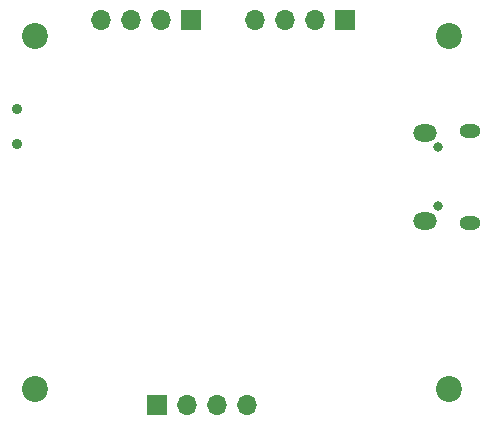
<source format=gbr>
%TF.GenerationSoftware,KiCad,Pcbnew,9.0.0*%
%TF.CreationDate,2025-03-25T14:42:11+07:00*%
%TF.ProjectId,stm32f1,73746d33-3266-4312-9e6b-696361645f70,rev?*%
%TF.SameCoordinates,Original*%
%TF.FileFunction,Soldermask,Bot*%
%TF.FilePolarity,Negative*%
%FSLAX46Y46*%
G04 Gerber Fmt 4.6, Leading zero omitted, Abs format (unit mm)*
G04 Created by KiCad (PCBNEW 9.0.0) date 2025-03-25 14:42:11*
%MOMM*%
%LPD*%
G01*
G04 APERTURE LIST*
%ADD10C,2.200000*%
%ADD11C,0.900000*%
%ADD12R,1.700000X1.700000*%
%ADD13O,1.700000X1.700000*%
%ADD14O,0.800000X0.800000*%
%ADD15O,1.800000X1.150000*%
%ADD16O,2.000000X1.450000*%
G04 APERTURE END LIST*
D10*
%TO.C,H4*%
X104900000Y-79883705D03*
%TD*%
%TO.C,H3*%
X139900000Y-79900000D03*
%TD*%
%TO.C,H2*%
X139900000Y-50000000D03*
%TD*%
%TO.C,H1*%
X104900000Y-50000000D03*
%TD*%
D11*
%TO.C,SW1*%
X103345000Y-56150000D03*
X103345000Y-59150000D03*
%TD*%
D12*
%TO.C,J4*%
X115160000Y-81200000D03*
D13*
X117700000Y-81200000D03*
X120240000Y-81200000D03*
X122780000Y-81200000D03*
%TD*%
D12*
%TO.C,J3*%
X118080000Y-48600000D03*
D13*
X115540000Y-48600000D03*
X113000000Y-48600000D03*
X110460000Y-48600000D03*
%TD*%
D14*
%TO.C,J2*%
X138950000Y-64400000D03*
X138950000Y-59400000D03*
D15*
X141700000Y-65775000D03*
D16*
X137900000Y-65625000D03*
X137900000Y-58175000D03*
D15*
X141700000Y-58025000D03*
%TD*%
D12*
%TO.C,J1*%
X131100000Y-48600000D03*
D13*
X128560000Y-48600000D03*
X126020000Y-48600000D03*
X123480000Y-48600000D03*
%TD*%
M02*

</source>
